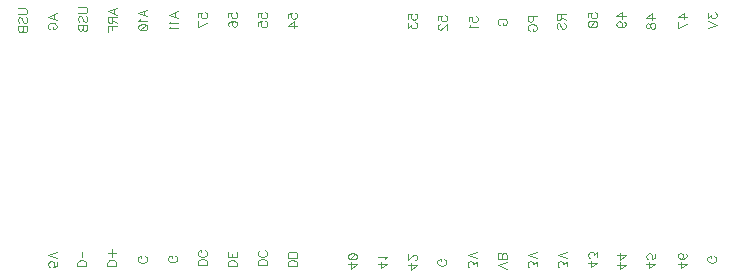
<source format=gbo>
G04 DipTrace 3.0.0.2*
G04 Teensy-TC36-Breakout-chip.gbo*
%MOIN*%
G04 #@! TF.FileFunction,Legend,Bot*
G04 #@! TF.Part,Single*
%ADD33C,0.004632*%
%FSLAX26Y26*%
G04*
G70*
G90*
G75*
G01*
G04 BotSilk*
%LPD*%
X2204907Y1266910D2*
D33*
Y1253977D1*
X2203481Y1249699D1*
X2202022Y1248240D1*
X2199170Y1246814D1*
X2194859D1*
X2192007Y1248240D1*
X2190548Y1249699D1*
X2189122Y1253977D1*
Y1266910D1*
X2219266D1*
X2196285Y1216029D2*
X2193433Y1217455D1*
X2190548Y1220340D1*
X2189122Y1223192D1*
Y1228929D1*
X2190548Y1231814D1*
X2193433Y1234666D1*
X2196285Y1236125D1*
X2200596Y1237551D1*
X2207792D1*
X2212070Y1236125D1*
X2214955Y1234666D1*
X2217807Y1231814D1*
X2219266Y1228929D1*
Y1223192D1*
X2217807Y1220340D1*
X2214955Y1217455D1*
X2212070Y1216029D1*
X2207792D1*
Y1223192D1*
X920843Y1264353D2*
X890699Y1275860D1*
X920843Y1287334D1*
X910795Y1283023D2*
Y1268664D1*
X896469Y1255090D2*
X895010Y1252205D1*
X890732Y1247894D1*
X920843D1*
X890732Y1230008D2*
X892158Y1234319D1*
X896469Y1237204D1*
X903632Y1238630D1*
X907943D1*
X915106Y1237204D1*
X919417Y1234319D1*
X920843Y1230008D1*
Y1227156D1*
X919417Y1222845D1*
X915106Y1219993D1*
X907943Y1218534D1*
X903632D1*
X896469Y1219993D1*
X892158Y1222845D1*
X890732Y1227156D1*
Y1230008D1*
X896469Y1219993D2*
X915106Y1237204D1*
X1022293Y1257903D2*
X992149Y1269411D1*
X1022293Y1280884D1*
X1012245Y1276573D2*
Y1262214D1*
X997919Y1248640D2*
X996460Y1245755D1*
X992182Y1241444D1*
X1022293D1*
X997919Y1232180D2*
X996460Y1229295D1*
X992182Y1224984D1*
X1022293D1*
X1389155Y1259699D2*
Y1274025D1*
X1402055Y1275451D1*
X1400629Y1274025D1*
X1399170Y1269714D1*
Y1265436D1*
X1400629Y1261125D1*
X1403481Y1258240D1*
X1407792Y1256814D1*
X1410644D1*
X1414955Y1258240D1*
X1417840Y1261125D1*
X1419266Y1265436D1*
Y1269714D1*
X1417840Y1274025D1*
X1416381Y1275451D1*
X1413529Y1276910D1*
X1419266Y1233192D2*
X1389155D1*
X1409218Y1247551D1*
Y1226029D1*
X2299193Y1271197D2*
Y1258297D1*
X2297734Y1253986D1*
X2296308Y1252527D1*
X2293456Y1251101D1*
X2290571D1*
X2287719Y1252527D1*
X2286260Y1253986D1*
X2284834Y1258297D1*
Y1271197D1*
X2314978D1*
X2299193Y1261149D2*
X2314978Y1251101D1*
X2289145Y1221741D2*
X2286260Y1224593D1*
X2284834Y1228904D1*
Y1234641D1*
X2286260Y1238952D1*
X2289145Y1241837D1*
X2291997D1*
X2294882Y1240378D1*
X2296308Y1238952D1*
X2297734Y1236100D1*
X2300619Y1227478D1*
X2302045Y1224593D1*
X2303504Y1223167D1*
X2306356Y1221741D1*
X2310667D1*
X2313519Y1224593D1*
X2314978Y1228904D1*
Y1234641D1*
X2313519Y1238952D1*
X2310667Y1241837D1*
X2788441Y1274739D2*
Y1258987D1*
X2799915Y1267576D1*
Y1263265D1*
X2801341Y1260413D1*
X2802767Y1258987D1*
X2807078Y1257528D1*
X2809930D1*
X2814241Y1258987D1*
X2817126Y1261839D1*
X2818552Y1266150D1*
Y1270461D1*
X2817126Y1274738D1*
X2815667Y1276164D1*
X2812815Y1277624D1*
X2788408Y1248264D2*
X2818552Y1236790D1*
X2788408Y1225316D1*
X1190134Y1260721D2*
Y1275047D1*
X1203034Y1276473D1*
X1201608Y1275047D1*
X1200149Y1270736D1*
Y1266458D1*
X1201608Y1262147D1*
X1204460Y1259262D1*
X1208771Y1257836D1*
X1211623D1*
X1215934Y1259262D1*
X1218819Y1262147D1*
X1220245Y1266458D1*
Y1270736D1*
X1218819Y1275047D1*
X1217360Y1276473D1*
X1214508Y1277932D1*
X1194412Y1231362D2*
X1191560Y1232788D1*
X1190134Y1237099D1*
Y1239950D1*
X1191560Y1244262D1*
X1195871Y1247147D1*
X1203034Y1248573D1*
X1210197Y1248572D1*
X1215934Y1247147D1*
X1218819Y1244261D1*
X1220245Y1239950D1*
Y1238524D1*
X1218819Y1234247D1*
X1215934Y1231362D1*
X1211623Y1229936D1*
X1210197D1*
X1205886Y1231362D1*
X1203034Y1234247D1*
X1201608Y1238525D1*
Y1239950D1*
X1203034Y1244261D1*
X1205886Y1247147D1*
X1210197Y1248572D1*
X820106Y1270091D2*
X789962Y1281598D1*
X820106Y1293072D1*
X810058Y1288761D2*
Y1274402D1*
X804321Y1260827D2*
Y1247927D1*
X802861Y1243616D1*
X801436Y1242157D1*
X798584Y1240731D1*
X795699D1*
X792847Y1242157D1*
X791388Y1243616D1*
X789962Y1247927D1*
Y1260827D1*
X820106D1*
X804321Y1250779D2*
X820106Y1240731D1*
X789962Y1212798D2*
Y1231468D1*
X820106D1*
X804321D2*
Y1219994D1*
X618359Y1251837D2*
X588215Y1263344D1*
X618359Y1274818D1*
X608311Y1270507D2*
Y1256148D1*
X595378Y1221051D2*
X592526Y1222477D1*
X589641Y1225362D1*
X588215Y1228214D1*
Y1233951D1*
X589641Y1236836D1*
X592526Y1239688D1*
X595378Y1241147D1*
X599689Y1242573D1*
X606885D1*
X611163Y1241147D1*
X614048Y1239688D1*
X616900Y1236836D1*
X618359Y1233951D1*
Y1228214D1*
X616900Y1225362D1*
X614048Y1222477D1*
X611163Y1221051D1*
X606885D1*
Y1228214D1*
X1089404Y1261451D2*
Y1275776D1*
X1102304Y1277202D1*
X1100878Y1275776D1*
X1099419Y1271465D1*
Y1267188D1*
X1100878Y1262876D1*
X1103730Y1259991D1*
X1108041Y1258565D1*
X1110893D1*
X1115204Y1259991D1*
X1118089Y1262876D1*
X1119515Y1267187D1*
Y1271465D1*
X1118089Y1275776D1*
X1116630Y1277202D1*
X1113778Y1278661D1*
X1119515Y1243565D2*
X1089404Y1229206D1*
Y1249302D1*
X1289404Y1261451D2*
Y1275776D1*
X1302304Y1277202D1*
X1300878Y1275776D1*
X1299419Y1271465D1*
Y1267188D1*
X1300878Y1262876D1*
X1303730Y1259991D1*
X1308041Y1258565D1*
X1310893D1*
X1315204Y1259991D1*
X1318089Y1262876D1*
X1319515Y1267187D1*
Y1271465D1*
X1318089Y1275776D1*
X1316630Y1277202D1*
X1313778Y1278661D1*
X1289404Y1232091D2*
Y1246417D1*
X1302304Y1247843D1*
X1300878Y1246417D1*
X1299419Y1242106D1*
Y1237828D1*
X1300878Y1233517D1*
X1303730Y1230632D1*
X1308041Y1229206D1*
X1310893D1*
X1315204Y1230632D1*
X1318089Y1233517D1*
X1319515Y1237828D1*
Y1242106D1*
X1318089Y1246417D1*
X1316630Y1247843D1*
X1313778Y1249302D1*
X1319477Y434065D2*
X1289333D1*
Y444113D1*
X1290792Y448424D1*
X1293644Y451309D1*
X1296529Y452735D1*
X1300807Y454161D1*
X1308003D1*
X1312314Y452735D1*
X1315166Y451309D1*
X1318051Y448424D1*
X1319477Y444113D1*
Y434065D1*
X1312314Y484947D2*
X1315166Y483521D1*
X1318051Y480636D1*
X1319477Y477784D1*
Y472047D1*
X1318051Y469162D1*
X1315166Y466310D1*
X1312314Y464851D1*
X1308003Y463425D1*
X1300807D1*
X1296529Y464851D1*
X1293644Y466310D1*
X1290792Y469162D1*
X1289333Y472047D1*
Y477784D1*
X1290792Y480636D1*
X1293644Y483521D1*
X1296529Y484947D1*
X1419265Y430779D2*
X1389121D1*
Y440827D1*
X1390580Y445138D1*
X1393432Y448023D1*
X1396317Y449449D1*
X1400595Y450875D1*
X1407791D1*
X1412102Y449449D1*
X1414954Y448023D1*
X1417839Y445138D1*
X1419265Y440827D1*
Y430779D1*
Y460138D2*
X1389121D1*
Y470186D1*
X1390580Y474497D1*
X1393432Y477382D1*
X1396317Y478808D1*
X1400595Y480234D1*
X1407791D1*
X1412102Y478808D1*
X1414954Y477382D1*
X1417839Y474497D1*
X1419265Y470186D1*
Y460138D1*
X2390833Y442424D2*
X2420944D1*
X2400881Y428065D1*
Y449587D1*
X2420944Y461736D2*
Y477488D1*
X2409470Y468899D1*
Y473210D1*
X2408044Y476062D1*
X2406618Y477488D1*
X2402307Y478947D1*
X2399455D1*
X2395144Y477488D1*
X2392259Y474636D1*
X2390833Y470325D1*
Y466014D1*
X2392259Y461736D1*
X2393718Y460310D1*
X2396570Y458851D1*
X2485046Y437212D2*
X2515157D1*
X2495094Y422853D1*
Y444375D1*
X2485046Y467998D2*
X2515157D1*
X2495094Y453639D1*
Y475161D1*
X2584333Y438424D2*
X2614444D1*
X2594381Y424065D1*
Y445587D1*
X2614444Y472062D2*
Y457736D1*
X2601544Y456310D1*
X2602970Y457736D1*
X2604429Y462047D1*
Y466325D1*
X2602970Y470636D1*
X2600118Y473521D1*
X2595807Y474947D1*
X2592955D1*
X2588644Y473521D1*
X2585759Y470636D1*
X2584333Y466325D1*
Y462047D1*
X2585759Y457736D1*
X2587218Y456310D1*
X2590070Y454851D1*
X2689104Y440154D2*
X2719214D1*
X2699152Y425795D1*
Y447317D1*
X2714937Y473791D2*
X2717788Y472365D1*
X2719214Y468054D1*
Y465202D1*
X2717788Y460891D1*
X2713477Y458006D1*
X2706314Y456580D1*
X2699152D1*
X2693415Y458006D1*
X2690529Y460891D1*
X2689104Y465202D1*
Y466628D1*
X2690529Y470906D1*
X2693415Y473791D1*
X2697726Y475217D1*
X2699152D1*
X2703463Y473791D1*
X2706314Y470906D1*
X2707740Y466628D1*
Y465202D1*
X2706314Y460891D1*
X2703463Y458006D1*
X2699152Y456580D1*
X1589333Y437924D2*
X1619444D1*
X1599381Y423565D1*
Y445087D1*
X1619444Y462973D2*
X1618018Y458662D1*
X1613707Y455777D1*
X1606544Y454351D1*
X1602233D1*
X1595070Y455777D1*
X1590759Y458662D1*
X1589333Y462973D1*
Y465825D1*
X1590759Y470136D1*
X1595070Y472988D1*
X1602233Y474447D1*
X1606544D1*
X1613707Y472988D1*
X1618018Y470136D1*
X1619444Y465825D1*
Y462973D1*
X1613707Y472988D2*
X1595070Y455777D1*
X1687883Y439874D2*
X1717994D1*
X1697931Y425515D1*
Y447037D1*
X1712257Y456300D2*
X1713716Y459186D1*
X1717994Y463497D1*
X1687883D1*
X1789833Y434424D2*
X1819944D1*
X1799881Y420065D1*
Y441587D1*
X1812781Y452310D2*
X1814207D1*
X1817092Y453736D1*
X1818518Y455162D1*
X1819944Y458047D1*
Y463784D1*
X1818518Y466636D1*
X1817092Y468062D1*
X1814207Y469521D1*
X1811355D1*
X1808470Y468062D1*
X1804192Y465210D1*
X1789833Y450851D1*
Y470947D1*
X2719266Y1262551D2*
X2689155D1*
X2709218Y1276910D1*
Y1255388D1*
X2719266Y1240388D2*
X2689155Y1226029D1*
Y1246125D1*
X2514515Y1264302D2*
X2484404D1*
X2504467Y1278661D1*
Y1257140D1*
X2494419Y1229206D2*
X2498730Y1230665D1*
X2501615Y1233517D1*
X2503041Y1237828D1*
Y1239254D1*
X2501615Y1243565D1*
X2498730Y1246417D1*
X2494419Y1247876D1*
X2492993D1*
X2488682Y1246417D1*
X2485830Y1243565D1*
X2484404Y1239254D1*
Y1237828D1*
X2485830Y1233517D1*
X2488682Y1230665D1*
X2494419Y1229206D1*
X2501615D1*
X2508778Y1230665D1*
X2513089Y1233517D1*
X2514515Y1237828D1*
Y1240680D1*
X2513089Y1244991D1*
X2510204Y1246417D1*
X2389404Y1261451D2*
Y1275776D1*
X2402304Y1277202D1*
X2400878Y1275776D1*
X2399419Y1271465D1*
Y1267188D1*
X2400878Y1262876D1*
X2403730Y1259991D1*
X2408041Y1258565D1*
X2410893D1*
X2415204Y1259991D1*
X2418089Y1262876D1*
X2419515Y1267187D1*
Y1271465D1*
X2418089Y1275776D1*
X2416630Y1277202D1*
X2413778Y1278661D1*
X2389404Y1240680D2*
X2390830Y1244991D1*
X2395141Y1247876D1*
X2402304Y1249302D1*
X2406615D1*
X2413778Y1247876D1*
X2418089Y1244991D1*
X2419515Y1240680D1*
Y1237828D1*
X2418089Y1233517D1*
X2413778Y1230665D1*
X2406615Y1229206D1*
X2402304D1*
X2395141Y1230665D1*
X2390830Y1233517D1*
X2389404Y1237828D1*
Y1240680D1*
X2395141Y1230665D2*
X2413778Y1247876D1*
X2613818Y1260000D2*
X2583707D1*
X2603770Y1274359D1*
Y1252837D1*
X2583707Y1236410D2*
X2585133Y1240688D1*
X2587985Y1242147D1*
X2590870D1*
X2593722Y1240688D1*
X2595181Y1237836D1*
X2596607Y1232099D1*
X2598033Y1227788D1*
X2600918Y1224936D1*
X2603770Y1223510D1*
X2608081D1*
X2610933Y1224936D1*
X2612392Y1226362D1*
X2613818Y1230673D1*
Y1236410D1*
X2612392Y1240688D1*
X2610933Y1242147D1*
X2608081Y1243573D1*
X2603770D1*
X2600918Y1242147D1*
X2598033Y1239262D1*
X2596607Y1234984D1*
X2595181Y1229247D1*
X2593722Y1226362D1*
X2590870Y1224936D1*
X2587985D1*
X2585133Y1226362D1*
X2583707Y1230673D1*
Y1236410D1*
X1991318Y1247536D2*
Y1261862D1*
X2004217Y1263288D1*
X2002792Y1261862D1*
X2001332Y1257551D1*
Y1253273D1*
X2002792Y1248962D1*
X2005643Y1246077D1*
X2009954Y1244651D1*
X2012806D1*
X2017117Y1246077D1*
X2020002Y1248962D1*
X2021428Y1253273D1*
Y1257551D1*
X2020002Y1261862D1*
X2018543Y1263288D1*
X2015691Y1264747D1*
X1997055Y1235388D2*
X1995595Y1232503D1*
X1991318Y1228192D1*
X2021428D1*
X1789404Y1256451D2*
Y1270776D1*
X1802304Y1272202D1*
X1800878Y1270776D1*
X1799419Y1266465D1*
Y1262188D1*
X1800878Y1257876D1*
X1803730Y1254991D1*
X1808041Y1253565D1*
X1810893D1*
X1815204Y1254991D1*
X1818089Y1257876D1*
X1819515Y1262187D1*
Y1266465D1*
X1818089Y1270776D1*
X1816630Y1272202D1*
X1813778Y1273661D1*
X1789404Y1241417D2*
Y1225665D1*
X1800878Y1234254D1*
Y1229943D1*
X1802304Y1227091D1*
X1803730Y1225665D1*
X1808041Y1224206D1*
X1810893D1*
X1815204Y1225665D1*
X1818089Y1228517D1*
X1819515Y1232828D1*
Y1237139D1*
X1818089Y1241417D1*
X1816630Y1242843D1*
X1813778Y1244302D1*
X1889404Y1251451D2*
Y1265776D1*
X1902304Y1267202D1*
X1900878Y1265776D1*
X1899419Y1261465D1*
Y1257188D1*
X1900878Y1252876D1*
X1903730Y1249991D1*
X1908041Y1248565D1*
X1910893D1*
X1915204Y1249991D1*
X1918089Y1252876D1*
X1919515Y1257187D1*
Y1261465D1*
X1918089Y1265776D1*
X1916630Y1267202D1*
X1913778Y1268661D1*
X1896567Y1237843D2*
X1895141D1*
X1892256Y1236417D1*
X1890830Y1234991D1*
X1889404Y1232106D1*
Y1226369D1*
X1890830Y1223517D1*
X1892256Y1222091D1*
X1895141Y1220632D1*
X1897993D1*
X1900878Y1222091D1*
X1905156Y1224943D1*
X1919515Y1239302D1*
Y1219206D1*
X1119477Y434065D2*
X1089333D1*
Y444113D1*
X1090792Y448424D1*
X1093644Y451309D1*
X1096529Y452735D1*
X1100807Y454161D1*
X1108003D1*
X1112314Y452735D1*
X1115166Y451309D1*
X1118051Y448424D1*
X1119477Y444113D1*
Y434065D1*
X1112314Y484947D2*
X1115166Y483521D1*
X1118051Y480636D1*
X1119477Y477784D1*
Y472047D1*
X1118051Y469162D1*
X1115166Y466310D1*
X1112314Y464851D1*
X1108003Y463425D1*
X1100807D1*
X1096529Y464851D1*
X1093644Y466310D1*
X1090792Y469162D1*
X1089333Y472047D1*
Y477784D1*
X1090792Y480636D1*
X1093644Y483521D1*
X1096529Y484947D1*
X1100807D1*
Y477784D1*
X1218535Y431508D2*
X1188391D1*
Y441556D1*
X1189850Y445867D1*
X1192702Y448752D1*
X1195587Y450178D1*
X1199865Y451604D1*
X1207061D1*
X1211372Y450178D1*
X1214224Y448752D1*
X1217109Y445867D1*
X1218535Y441556D1*
Y431508D1*
Y479504D2*
Y460868D1*
X1188391D1*
Y479504D1*
X1204176Y460868D2*
Y472341D1*
X912635Y465267D2*
X915486Y463841D1*
X918371Y460956D1*
X919797Y458104D1*
Y452367D1*
X918371Y449482D1*
X915486Y446630D1*
X912634Y445171D1*
X908323Y443745D1*
X901127D1*
X896849Y445171D1*
X893964Y446630D1*
X891112Y449482D1*
X889653Y452367D1*
Y458104D1*
X891113Y460956D1*
X893964Y463841D1*
X896850Y465267D1*
X901127D1*
Y458104D1*
X1013135Y466267D2*
X1015986Y464841D1*
X1018871Y461956D1*
X1020297Y459104D1*
Y453367D1*
X1018871Y450482D1*
X1015986Y447630D1*
X1013134Y446171D1*
X1008823Y444745D1*
X1001627D1*
X997349Y446171D1*
X994464Y447630D1*
X991612Y450482D1*
X990153Y453367D1*
Y459104D1*
X991613Y461956D1*
X994464Y464841D1*
X997350Y466267D1*
X1001627D1*
Y459104D1*
X717006Y431537D2*
X686862D1*
Y441585D1*
X688321Y445896D1*
X691173Y448781D1*
X694058Y450207D1*
X698336Y451633D1*
X705532Y451632D1*
X709843Y450207D1*
X712695Y448781D1*
X715580Y445896D1*
X717006Y441584D1*
Y431537D1*
X701917Y460896D2*
X701918Y477477D1*
X817132Y432910D2*
X786988D1*
Y442958D1*
X788447Y447269D1*
X791299Y450155D1*
X794184Y451580D1*
X798462Y453006D1*
X805658D1*
X809969Y451580D1*
X812821Y450154D1*
X815706Y447269D1*
X817132Y442958D1*
Y432910D1*
X814960Y475170D2*
X789127D1*
X802027Y462270D2*
Y488103D1*
X620157Y445564D2*
Y431238D1*
X607257Y429812D1*
X608683Y431238D1*
X610142Y435549D1*
Y439827D1*
X608683Y444138D1*
X605831Y447023D1*
X601520Y448449D1*
X598668D1*
X594357Y447023D1*
X591472Y444138D1*
X590046Y439827D1*
Y435549D1*
X591472Y431238D1*
X592931Y429812D1*
X595783Y428353D1*
X620190Y457713D2*
X590046Y469187D1*
X620190Y480661D1*
X2095964Y1235709D2*
X2093112Y1237135D1*
X2090227Y1240020D1*
X2088801Y1242872D1*
Y1248609D1*
X2090227Y1251494D1*
X2093112Y1254345D1*
X2095964Y1255805D1*
X2100275Y1257231D1*
X2107472D1*
X2111749Y1255805D1*
X2114634Y1254345D1*
X2117486Y1251494D1*
X2118945Y1248608D1*
Y1242872D1*
X2117486Y1240020D1*
X2114634Y1237135D1*
X2111749Y1235709D1*
X2107471D1*
Y1242872D1*
X690154Y1295877D2*
X711676D1*
X715987Y1294451D1*
X718839Y1291566D1*
X720298Y1287255D1*
Y1284403D1*
X718839Y1280092D1*
X715987Y1277207D1*
X711676Y1275781D1*
X690154D1*
X694466Y1246421D2*
X691580Y1249273D1*
X690154Y1253584D1*
Y1259321D1*
X691580Y1263632D1*
X694466Y1266517D1*
X697317D1*
X700202Y1265058D1*
X701628Y1263632D1*
X703054Y1260780D1*
X705939Y1252158D1*
X707365Y1249273D1*
X708825Y1247847D1*
X711676Y1246421D1*
X715987D1*
X718839Y1249273D1*
X720298Y1253584D1*
Y1259321D1*
X718839Y1263632D1*
X715987Y1266517D1*
X690154Y1237158D2*
X720298D1*
Y1224225D1*
X718839Y1219914D1*
X717413Y1218488D1*
X714561Y1217062D1*
X710250D1*
X707365Y1218488D1*
X705939Y1219914D1*
X704513Y1224225D1*
X703054Y1219914D1*
X701628Y1218488D1*
X698776Y1217062D1*
X695891D1*
X693040Y1218488D1*
X691580Y1219914D1*
X690154Y1224225D1*
Y1237158D1*
X704514D2*
X704513Y1224225D1*
X490154Y1290877D2*
X511676D1*
X515987Y1289451D1*
X518839Y1286566D1*
X520298Y1282255D1*
Y1279403D1*
X518839Y1275092D1*
X515987Y1272207D1*
X511676Y1270781D1*
X490154D1*
X494466Y1241421D2*
X491580Y1244273D1*
X490154Y1248584D1*
Y1254321D1*
X491580Y1258632D1*
X494466Y1261517D1*
X497317D1*
X500202Y1260058D1*
X501628Y1258632D1*
X503054Y1255780D1*
X505939Y1247158D1*
X507365Y1244273D1*
X508825Y1242847D1*
X511676Y1241421D1*
X515987D1*
X518839Y1244273D1*
X520298Y1248584D1*
Y1254321D1*
X518839Y1258632D1*
X515987Y1261517D1*
X490154Y1232158D2*
X520298D1*
Y1219225D1*
X518839Y1214914D1*
X517413Y1213488D1*
X514561Y1212062D1*
X510250D1*
X507365Y1213488D1*
X505939Y1214914D1*
X504513Y1219225D1*
X503054Y1214914D1*
X501628Y1213488D1*
X498776Y1212062D1*
X495891D1*
X493040Y1213488D1*
X491580Y1214914D1*
X490154Y1219225D1*
Y1232158D1*
X504514D2*
X504513Y1219225D1*
X2118187Y423353D2*
X2088043Y434827D1*
X2118187Y446301D1*
Y455565D2*
X2088043D1*
Y468498D1*
X2089502Y472809D1*
X2090928Y474235D1*
X2093780Y475661D1*
X2098091D1*
X2100976Y474235D1*
X2102402Y472809D1*
X2103828Y468498D1*
X2105287Y472809D1*
X2106713Y474235D1*
X2109565Y475661D1*
X2112450D1*
X2115302Y474235D1*
X2116761Y472809D1*
X2118187Y468498D1*
Y455565D1*
X2103828D2*
Y468498D1*
X2318154Y431238D2*
Y446990D1*
X2306680Y438401D1*
Y442712D1*
X2305254Y445564D1*
X2303828Y446990D1*
X2299517Y448449D1*
X2296665D1*
X2292354Y446990D1*
X2289469Y444138D1*
X2288043Y439827D1*
Y435516D1*
X2289469Y431238D1*
X2290928Y429812D1*
X2293780Y428353D1*
X2318187Y457713D2*
X2288043Y469187D1*
X2318187Y480661D1*
X2018154Y431238D2*
Y446990D1*
X2006680Y438401D1*
Y442712D1*
X2005254Y445564D1*
X2003828Y446990D1*
X1999517Y448449D1*
X1996665D1*
X1992354Y446990D1*
X1989469Y444138D1*
X1988043Y439827D1*
Y435516D1*
X1989469Y431238D1*
X1990928Y429812D1*
X1993780Y428353D1*
X2018187Y457713D2*
X1988043Y469187D1*
X2018187Y480661D1*
X1910632Y455267D2*
X1913484Y453841D1*
X1916369Y450956D1*
X1917795Y448104D1*
Y442367D1*
X1916369Y439482D1*
X1913484Y436630D1*
X1910632Y435171D1*
X1906321Y433745D1*
X1899125D1*
X1894847Y435171D1*
X1891962Y436630D1*
X1889110Y439482D1*
X1887651Y442367D1*
Y448104D1*
X1889110Y450956D1*
X1891962Y453841D1*
X1894847Y455267D1*
X1899125D1*
Y448104D1*
X2810632Y465267D2*
X2813484Y463841D1*
X2816369Y460956D1*
X2817795Y458104D1*
Y452367D1*
X2816369Y449482D1*
X2813484Y446630D1*
X2810632Y445171D1*
X2806321Y443745D1*
X2799125D1*
X2794847Y445171D1*
X2791962Y446630D1*
X2789110Y449482D1*
X2787651Y452367D1*
Y458104D1*
X2789110Y460956D1*
X2791962Y463841D1*
X2794847Y465267D1*
X2799125D1*
Y458104D1*
X2218154Y431238D2*
Y446990D1*
X2206680Y438401D1*
Y442712D1*
X2205254Y445564D1*
X2203828Y446990D1*
X2199517Y448449D1*
X2196665D1*
X2192354Y446990D1*
X2189469Y444138D1*
X2188043Y439827D1*
Y435516D1*
X2189469Y431238D1*
X2190928Y429812D1*
X2193780Y428353D1*
X2218187Y457713D2*
X2188043Y469187D1*
X2218187Y480661D1*
M02*

</source>
